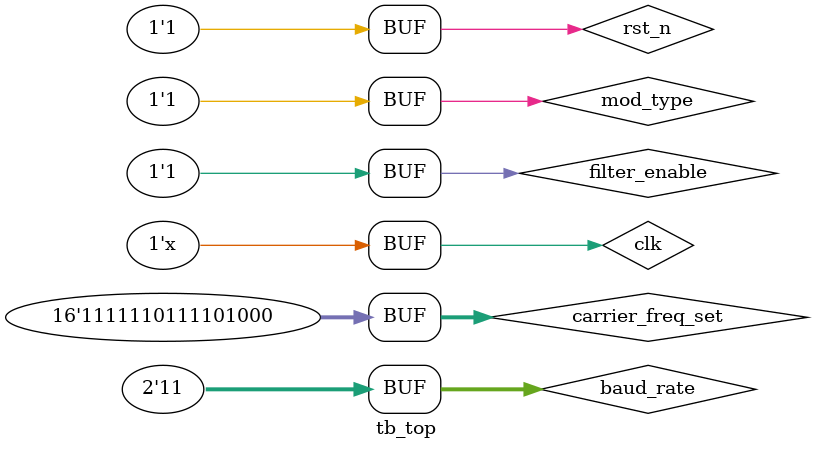
<source format=v>
module tb_top ();


// 产生时钟和reset信号
reg clk;
reg rst_n;
initial begin
    clk = 1'b0;
    rst_n = 1'b0;
    
    #1000
    rst_n = 1'b1;
end
// T = 90.422453703703703703703703703704 ns
always #45.211226851851851851851851851852 clk = ~clk; 

// 产生配置信号
wire mod_type;
wire [1:0] baud_rate;
wire filter_enable;
wire [15:0] carrier_freq_set;
assign mod_type = 1'b1;
assign baud_rate = 2'b11; // 00 = 1200  01 = 2400  10 = 4800  11 = 9600
assign filter_enable = 1'b1;
assign carrier_freq_set = 16'd65_000;

// 输出 
wire [31:0] mod_iq;

top top_inst(
    // 时钟和Reset
    .clk(clk),                // 主时钟 11059200 Hz
    .rst_n(rst_n),              // Reset
    // 参数配置端口
    .mod_type(mod_type),           // 调制方式   QPSK(0) / 16QAM(1)
    .baud_rate(baud_rate),          // 符号波特率 2400(00) / 4800(01) / 9600(10) / 19200(11)
    .filter_enable(filter_enable),      // 使能成型滤波器
    .carrier_freq_set(carrier_freq_set),   // 设置载波频率 (0-65535 Hz, Step = 338 Hz)
    // 调制结果输出
    .mod_iq(mod_iq)
);





endmodule
</source>
